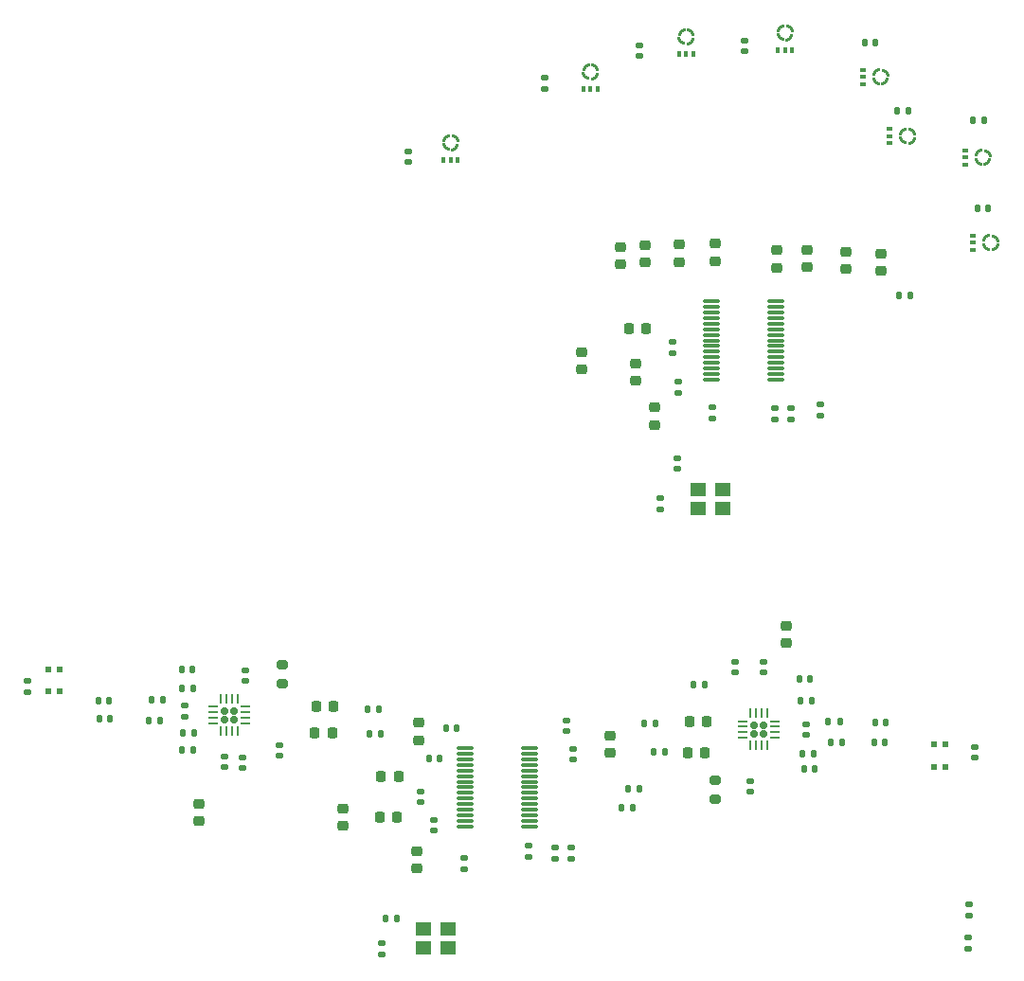
<source format=gbr>
%TF.GenerationSoftware,KiCad,Pcbnew,8.0.4*%
%TF.CreationDate,2024-08-26T07:10:41+02:00*%
%TF.ProjectId,Audio_Digitizer,41756469-6f5f-4446-9967-6974697a6572,rev?*%
%TF.SameCoordinates,Original*%
%TF.FileFunction,Paste,Top*%
%TF.FilePolarity,Positive*%
%FSLAX46Y46*%
G04 Gerber Fmt 4.6, Leading zero omitted, Abs format (unit mm)*
G04 Created by KiCad (PCBNEW 8.0.4) date 2024-08-26 07:10:41*
%MOMM*%
%LPD*%
G01*
G04 APERTURE LIST*
G04 Aperture macros list*
%AMRoundRect*
0 Rectangle with rounded corners*
0 $1 Rounding radius*
0 $2 $3 $4 $5 $6 $7 $8 $9 X,Y pos of 4 corners*
0 Add a 4 corners polygon primitive as box body*
4,1,4,$2,$3,$4,$5,$6,$7,$8,$9,$2,$3,0*
0 Add four circle primitives for the rounded corners*
1,1,$1+$1,$2,$3*
1,1,$1+$1,$4,$5*
1,1,$1+$1,$6,$7*
1,1,$1+$1,$8,$9*
0 Add four rect primitives between the rounded corners*
20,1,$1+$1,$2,$3,$4,$5,0*
20,1,$1+$1,$4,$5,$6,$7,0*
20,1,$1+$1,$6,$7,$8,$9,0*
20,1,$1+$1,$8,$9,$2,$3,0*%
%AMFreePoly0*
4,1,33,0.406248,0.082068,0.376251,0.079070,0.315240,0.067082,0.276251,0.054077,0.241250,0.041072,0.180239,0.006071,0.143256,-0.019939,0.109246,-0.050927,0.062256,-0.105918,0.014249,-0.176937,-0.012751,-0.251918,-0.028753,-0.338938,-0.279756,-0.339929,-0.273762,-0.279934,-0.263754,-0.221920,-0.246761,-0.158928,-0.219761,-0.088926,-0.196749,-0.041935,-0.175743,-0.005918,-0.153747,0.029083,
-0.131750,0.059081,-0.106756,0.089078,-0.071755,0.127076,-0.032741,0.164084,0.016256,0.203073,0.064237,0.235077,0.110236,0.261062,0.147244,0.279070,0.214249,0.304064,0.274244,0.321082,0.343256,0.334061,0.406248,0.340081,0.406248,0.082068,0.406248,0.082068,$1*%
%AMFreePoly1*
4,1,33,-0.079070,0.376505,-0.067082,0.315494,-0.054077,0.276505,-0.041072,0.241504,-0.006071,0.180493,0.019939,0.143510,0.050927,0.109500,0.105918,0.062510,0.176937,0.014503,0.251918,-0.012497,0.338938,-0.028499,0.339929,-0.279502,0.279934,-0.273508,0.221920,-0.263500,0.158928,-0.246507,0.088926,-0.219507,0.041935,-0.196495,0.005918,-0.175489,-0.029083,-0.153493,-0.059081,-0.131496,
-0.089078,-0.106502,-0.127076,-0.071501,-0.164084,-0.032487,-0.203073,0.016510,-0.235077,0.064491,-0.261062,0.110490,-0.279070,0.147498,-0.304064,0.214503,-0.321082,0.274498,-0.334061,0.343510,-0.340081,0.406502,-0.082068,0.406502,-0.079070,0.376505,-0.079070,0.376505,$1*%
%AMFreePoly2*
4,1,33,-0.279934,0.273762,-0.221920,0.263754,-0.158928,0.246761,-0.088926,0.219761,-0.041935,0.196749,-0.005918,0.175743,0.029083,0.153747,0.059081,0.131750,0.089078,0.106756,0.127076,0.071755,0.164084,0.032741,0.203073,-0.016256,0.235077,-0.064237,0.261062,-0.110236,0.279070,-0.147244,0.304064,-0.214249,0.321082,-0.274244,0.334061,-0.343256,0.340081,-0.406248,0.082068,-0.406248,
0.079070,-0.376251,0.067082,-0.315240,0.054077,-0.276251,0.041072,-0.241250,0.006071,-0.180239,-0.019939,-0.143256,-0.050927,-0.109246,-0.105918,-0.062256,-0.176937,-0.014249,-0.251918,0.012751,-0.338938,0.028753,-0.339929,0.279756,-0.279934,0.273762,-0.279934,0.273762,$1*%
%AMFreePoly3*
4,1,33,0.273508,0.279934,0.263500,0.221920,0.246507,0.158928,0.219507,0.088926,0.196495,0.041935,0.175489,0.005918,0.153493,-0.029083,0.131496,-0.059081,0.106502,-0.089078,0.071501,-0.127076,0.032487,-0.164084,-0.016510,-0.203073,-0.064491,-0.235077,-0.110490,-0.261062,-0.147498,-0.279070,-0.214503,-0.304064,-0.274498,-0.321082,-0.343510,-0.334061,-0.406502,-0.340081,-0.406502,-0.082068,
-0.376505,-0.079070,-0.315494,-0.067082,-0.276505,-0.054077,-0.241504,-0.041072,-0.180493,-0.006071,-0.143510,0.019939,-0.109500,0.050927,-0.062510,0.105918,-0.014503,0.176937,0.012497,0.251918,0.028499,0.338938,0.279502,0.339929,0.273508,0.279934,0.273508,0.279934,$1*%
G04 Aperture macros list end*
%ADD10RoundRect,0.135000X0.135000X0.185000X-0.135000X0.185000X-0.135000X-0.185000X0.135000X-0.185000X0*%
%ADD11RoundRect,0.225000X-0.250000X0.225000X-0.250000X-0.225000X0.250000X-0.225000X0.250000X0.225000X0*%
%ADD12RoundRect,0.140000X0.140000X0.170000X-0.140000X0.170000X-0.140000X-0.170000X0.140000X-0.170000X0*%
%ADD13RoundRect,0.140000X-0.140000X-0.170000X0.140000X-0.170000X0.140000X0.170000X-0.140000X0.170000X0*%
%ADD14RoundRect,0.135000X-0.185000X0.135000X-0.185000X-0.135000X0.185000X-0.135000X0.185000X0.135000X0*%
%ADD15RoundRect,0.140000X0.170000X-0.140000X0.170000X0.140000X-0.170000X0.140000X-0.170000X-0.140000X0*%
%ADD16RoundRect,0.225000X0.250000X-0.225000X0.250000X0.225000X-0.250000X0.225000X-0.250000X-0.225000X0*%
%ADD17RoundRect,0.225000X-0.225000X-0.250000X0.225000X-0.250000X0.225000X0.250000X-0.225000X0.250000X0*%
%ADD18R,0.600000X0.400000*%
%ADD19R,0.600000X0.300000*%
%ADD20FreePoly0,90.000000*%
%ADD21FreePoly1,90.000000*%
%ADD22FreePoly2,90.000000*%
%ADD23FreePoly3,90.000000*%
%ADD24R,0.400000X0.600000*%
%ADD25R,0.300000X0.600000*%
%ADD26FreePoly0,180.000000*%
%ADD27FreePoly1,180.000000*%
%ADD28FreePoly2,180.000000*%
%ADD29FreePoly3,180.000000*%
%ADD30RoundRect,0.135000X-0.135000X-0.185000X0.135000X-0.185000X0.135000X0.185000X-0.135000X0.185000X0*%
%ADD31RoundRect,0.225000X0.225000X0.250000X-0.225000X0.250000X-0.225000X-0.250000X0.225000X-0.250000X0*%
%ADD32RoundRect,0.160000X-0.160000X-0.160000X0.160000X-0.160000X0.160000X0.160000X-0.160000X0.160000X0*%
%ADD33RoundRect,0.062500X-0.375000X-0.062500X0.375000X-0.062500X0.375000X0.062500X-0.375000X0.062500X0*%
%ADD34RoundRect,0.062500X-0.062500X-0.375000X0.062500X-0.375000X0.062500X0.375000X-0.062500X0.375000X0*%
%ADD35RoundRect,0.140000X-0.170000X0.140000X-0.170000X-0.140000X0.170000X-0.140000X0.170000X0.140000X0*%
%ADD36RoundRect,0.200000X-0.275000X0.200000X-0.275000X-0.200000X0.275000X-0.200000X0.275000X0.200000X0*%
%ADD37R,1.400000X1.200000*%
%ADD38RoundRect,0.075000X-0.662500X-0.075000X0.662500X-0.075000X0.662500X0.075000X-0.662500X0.075000X0*%
%ADD39RoundRect,0.135000X0.185000X-0.135000X0.185000X0.135000X-0.185000X0.135000X-0.185000X-0.135000X0*%
%ADD40RoundRect,0.160000X0.160000X0.160000X-0.160000X0.160000X-0.160000X-0.160000X0.160000X-0.160000X0*%
%ADD41RoundRect,0.062500X0.375000X0.062500X-0.375000X0.062500X-0.375000X-0.062500X0.375000X-0.062500X0*%
%ADD42RoundRect,0.062500X0.062500X0.375000X-0.062500X0.375000X-0.062500X-0.375000X0.062500X-0.375000X0*%
%ADD43R,0.600000X0.600000*%
%ADD44RoundRect,0.200000X0.275000X-0.200000X0.275000X0.200000X-0.275000X0.200000X-0.275000X-0.200000X0*%
G04 APERTURE END LIST*
D10*
%TO.C,R16*%
X198520000Y-129580000D03*
X197500000Y-129580000D03*
%TD*%
D11*
%TO.C,C19*%
X204500000Y-84900000D03*
X204500000Y-86450000D03*
%TD*%
D12*
%TO.C,C44*%
X198180000Y-122880000D03*
X197220000Y-122880000D03*
%TD*%
%TO.C,C49*%
X165050000Y-130000000D03*
X164090000Y-130000000D03*
%TD*%
D13*
%TO.C,C3*%
X205970000Y-72100000D03*
X206930000Y-72100000D03*
%TD*%
D14*
%TO.C,R27*%
X176800000Y-138000000D03*
X176800000Y-139020000D03*
%TD*%
D15*
%TO.C,C28*%
X192800000Y-133010000D03*
X192800000Y-132050000D03*
%TD*%
D11*
%TO.C,C22*%
X195200000Y-84575000D03*
X195200000Y-86125000D03*
%TD*%
D15*
%TO.C,C57*%
X163350000Y-133930000D03*
X163350000Y-132970000D03*
%TD*%
D16*
%TO.C,C34*%
X196000000Y-119730000D03*
X196000000Y-118180000D03*
%TD*%
D11*
%TO.C,C23*%
X201350000Y-84725000D03*
X201350000Y-86275000D03*
%TD*%
D15*
%TO.C,C26*%
X128250000Y-124059975D03*
X128250000Y-123099975D03*
%TD*%
D16*
%TO.C,C60*%
X156400000Y-136075000D03*
X156400000Y-134525000D03*
%TD*%
D17*
%TO.C,C47*%
X154025000Y-125400000D03*
X155575000Y-125400000D03*
%TD*%
D10*
%TO.C,R20*%
X185160000Y-129450000D03*
X184140000Y-129450000D03*
%TD*%
D18*
%TO.C,U7*%
X212050000Y-75650000D03*
D19*
X212050000Y-76299987D03*
D18*
X212050000Y-76949974D03*
D20*
X213205956Y-76778778D03*
D21*
X214108928Y-76723914D03*
D22*
X213151092Y-75876060D03*
D23*
X214053810Y-75820942D03*
%TD*%
D13*
%TO.C,C36*%
X134620000Y-126450000D03*
X135580000Y-126450000D03*
%TD*%
D12*
%TO.C,C51*%
X166600000Y-127300000D03*
X165640000Y-127300000D03*
%TD*%
D24*
%TO.C,U3*%
X177879058Y-70203810D03*
D25*
X178529045Y-70203810D03*
D24*
X179179032Y-70203810D03*
D26*
X179007836Y-69047854D03*
D27*
X178952972Y-68144882D03*
D28*
X178105118Y-69102718D03*
D29*
X178050000Y-68200000D03*
%TD*%
D30*
%TO.C,R11*%
X142090000Y-127700000D03*
X143110000Y-127700000D03*
%TD*%
%TO.C,R26*%
X181330000Y-134450000D03*
X182350000Y-134450000D03*
%TD*%
D24*
%TO.C,U5*%
X165379058Y-76553810D03*
D25*
X166029045Y-76553810D03*
D24*
X166679032Y-76553810D03*
D26*
X166507836Y-75397854D03*
D27*
X166452972Y-74494882D03*
D28*
X165605118Y-75452718D03*
D29*
X165550000Y-74550000D03*
%TD*%
D11*
%TO.C,C35*%
X143500000Y-134050000D03*
X143500000Y-135600000D03*
%TD*%
D31*
%TO.C,C48*%
X188950000Y-126700000D03*
X187400000Y-126700000D03*
%TD*%
D32*
%TO.C,U11*%
X145837500Y-125750000D03*
X145837500Y-126550000D03*
X146637500Y-125750000D03*
X146637500Y-126550000D03*
D33*
X144800000Y-125400000D03*
X144800000Y-125900000D03*
X144800000Y-126400000D03*
X144800000Y-126900000D03*
D34*
X145487500Y-127587500D03*
X145987500Y-127587500D03*
X146487500Y-127587500D03*
X146987500Y-127587500D03*
D33*
X147675000Y-126900000D03*
X147675000Y-126400000D03*
X147675000Y-125900000D03*
X147675000Y-125400000D03*
D34*
X146987500Y-124712500D03*
X146487500Y-124712500D03*
X145987500Y-124712500D03*
X145487500Y-124712500D03*
%TD*%
D30*
%TO.C,R17*%
X158780000Y-127800000D03*
X159800000Y-127800000D03*
%TD*%
D35*
%TO.C,C33*%
X145800000Y-129820000D03*
X145800000Y-130780000D03*
%TD*%
D14*
%TO.C,R4*%
X196450000Y-98690000D03*
X196450000Y-99710000D03*
%TD*%
D36*
%TO.C,R7*%
X150950000Y-121650000D03*
X150950000Y-123300000D03*
%TD*%
D37*
%TO.C,X2*%
X163625000Y-146950000D03*
X165825000Y-146950000D03*
X165825000Y-145250000D03*
X163625000Y-145250000D03*
%TD*%
D24*
%TO.C,U6*%
X186429058Y-67053810D03*
D25*
X187079045Y-67053810D03*
D24*
X187729032Y-67053810D03*
D26*
X187557836Y-65897854D03*
D27*
X187502972Y-64994882D03*
D28*
X186655118Y-65952718D03*
D29*
X186600000Y-65050000D03*
%TD*%
D15*
%TO.C,C12*%
X162240000Y-76710000D03*
X162240000Y-75750000D03*
%TD*%
%TO.C,C17*%
X186330000Y-104110000D03*
X186330000Y-103150000D03*
%TD*%
D30*
%TO.C,R25*%
X181880000Y-132750000D03*
X182900000Y-132750000D03*
%TD*%
D15*
%TO.C,C55*%
X177000000Y-130110000D03*
X177000000Y-129150000D03*
%TD*%
D11*
%TO.C,C15*%
X183400000Y-84150000D03*
X183400000Y-85700000D03*
%TD*%
D24*
%TO.C,U2*%
X195276086Y-66708928D03*
D25*
X195926073Y-66708928D03*
D24*
X196576060Y-66708928D03*
D26*
X196404864Y-65552972D03*
D27*
X196350000Y-64650000D03*
D28*
X195502146Y-65607836D03*
D29*
X195447028Y-64705118D03*
%TD*%
D17*
%TO.C,C61*%
X159825000Y-131600000D03*
X161375000Y-131600000D03*
%TD*%
D12*
%TO.C,C45*%
X198560000Y-130980000D03*
X197600000Y-130980000D03*
%TD*%
D38*
%TO.C,U14*%
X167337500Y-129100000D03*
X167337500Y-129600000D03*
X167337500Y-130100000D03*
X167337500Y-130600000D03*
X167337500Y-131100000D03*
X167337500Y-131600000D03*
X167337500Y-132100000D03*
X167337500Y-132600000D03*
X167337500Y-133100000D03*
X167337500Y-133600000D03*
X167337500Y-134100000D03*
X167337500Y-134600000D03*
X167337500Y-135100000D03*
X167337500Y-135600000D03*
X167337500Y-136100000D03*
X173062500Y-136100000D03*
X173062500Y-135600000D03*
X173062500Y-135100000D03*
X173062500Y-134600000D03*
X173062500Y-134100000D03*
X173062500Y-133600000D03*
X173062500Y-133100000D03*
X173062500Y-132600000D03*
X173062500Y-132100000D03*
X173062500Y-131600000D03*
X173062500Y-131100000D03*
X173062500Y-130600000D03*
X173062500Y-130100000D03*
X173062500Y-129600000D03*
X173062500Y-129100000D03*
%TD*%
D18*
%TO.C,U4*%
X212744044Y-83271222D03*
D19*
X212744044Y-83921209D03*
D18*
X212744044Y-84571196D03*
D20*
X213900000Y-84400000D03*
D21*
X214802972Y-84345136D03*
D22*
X213845136Y-83497282D03*
D23*
X214747854Y-83442164D03*
%TD*%
D11*
%TO.C,C16*%
X189700000Y-84000000D03*
X189700000Y-85550000D03*
%TD*%
D13*
%TO.C,C1*%
X212740000Y-72950000D03*
X213700000Y-72950000D03*
%TD*%
D14*
%TO.C,R24*%
X175400000Y-137980000D03*
X175400000Y-139000000D03*
%TD*%
D38*
%TO.C,U9*%
X189375000Y-89150000D03*
X189375000Y-89650000D03*
X189375000Y-90150000D03*
X189375000Y-90650000D03*
X189375000Y-91150000D03*
X189375000Y-91650000D03*
X189375000Y-92150000D03*
X189375000Y-92650000D03*
X189375000Y-93150000D03*
X189375000Y-93650000D03*
X189375000Y-94150000D03*
X189375000Y-94650000D03*
X189375000Y-95150000D03*
X189375000Y-95650000D03*
X189375000Y-96150000D03*
X195100000Y-96150000D03*
X195100000Y-95650000D03*
X195100000Y-95150000D03*
X195100000Y-94650000D03*
X195100000Y-94150000D03*
X195100000Y-93650000D03*
X195100000Y-93150000D03*
X195100000Y-92650000D03*
X195100000Y-92150000D03*
X195100000Y-91650000D03*
X195100000Y-91150000D03*
X195100000Y-90650000D03*
X195100000Y-90150000D03*
X195100000Y-89650000D03*
X195100000Y-89150000D03*
%TD*%
D10*
%TO.C,R5*%
X207150000Y-88600000D03*
X206130000Y-88600000D03*
%TD*%
D15*
%TO.C,C43*%
X197800000Y-127940000D03*
X197800000Y-126980000D03*
%TD*%
%TO.C,C7*%
X192320000Y-66810000D03*
X192320000Y-65850000D03*
%TD*%
D14*
%TO.C,R23*%
X173000000Y-137850000D03*
X173000000Y-138870000D03*
%TD*%
D30*
%TO.C,R18*%
X158580000Y-125600000D03*
X159600000Y-125600000D03*
%TD*%
D35*
%TO.C,C31*%
X147400000Y-129920000D03*
X147400000Y-130880000D03*
%TD*%
D14*
%TO.C,R3*%
X195000000Y-98700000D03*
X195000000Y-99720000D03*
%TD*%
%TO.C,R22*%
X167250000Y-138940000D03*
X167250000Y-139960000D03*
%TD*%
D15*
%TO.C,C58*%
X164500000Y-136480000D03*
X164500000Y-135520000D03*
%TD*%
D11*
%TO.C,C11*%
X177750000Y-93675000D03*
X177750000Y-95225000D03*
%TD*%
D35*
%TO.C,C6*%
X185850000Y-92790000D03*
X185850000Y-93750000D03*
%TD*%
D14*
%TO.C,R2*%
X189400000Y-98600000D03*
X189400000Y-99620000D03*
%TD*%
D11*
%TO.C,C8*%
X184250000Y-98650000D03*
X184250000Y-100200000D03*
%TD*%
D35*
%TO.C,C32*%
X212900000Y-128990000D03*
X212900000Y-129950000D03*
%TD*%
D12*
%TO.C,C38*%
X204830000Y-128550000D03*
X203870000Y-128550000D03*
%TD*%
D13*
%TO.C,C27*%
X187750000Y-123450000D03*
X188710000Y-123450000D03*
%TD*%
D11*
%TO.C,C50*%
X163150000Y-126825000D03*
X163150000Y-128375000D03*
%TD*%
D18*
%TO.C,U1*%
X205298908Y-73723940D03*
D19*
X205298908Y-74373927D03*
D18*
X205298908Y-75023914D03*
D20*
X206454864Y-74852718D03*
D21*
X207357836Y-74797854D03*
D22*
X206400000Y-73950000D03*
D23*
X207302718Y-73894882D03*
%TD*%
D39*
%TO.C,R21*%
X159900000Y-147560000D03*
X159900000Y-146540000D03*
%TD*%
D13*
%TO.C,C10*%
X203040000Y-66010000D03*
X204000000Y-66010000D03*
%TD*%
D16*
%TO.C,C59*%
X163000000Y-139875000D03*
X163000000Y-138325000D03*
%TD*%
D40*
%TO.C,U13*%
X193962500Y-127830000D03*
X193962500Y-127030000D03*
X193162500Y-127830000D03*
X193162500Y-127030000D03*
D41*
X195000000Y-128180000D03*
X195000000Y-127680000D03*
X195000000Y-127180000D03*
X195000000Y-126680000D03*
D42*
X194312500Y-125992500D03*
X193812500Y-125992500D03*
X193312500Y-125992500D03*
X192812500Y-125992500D03*
D41*
X192125000Y-126680000D03*
X192125000Y-127180000D03*
X192125000Y-127680000D03*
X192125000Y-128180000D03*
D42*
X192812500Y-128867500D03*
X193312500Y-128867500D03*
X193812500Y-128867500D03*
X194312500Y-128867500D03*
%TD*%
D14*
%TO.C,R1*%
X184750000Y-106740000D03*
X184750000Y-107760000D03*
%TD*%
D15*
%TO.C,C5*%
X174470000Y-70130000D03*
X174470000Y-69170000D03*
%TD*%
D10*
%TO.C,R15*%
X198310000Y-124880000D03*
X197290000Y-124880000D03*
%TD*%
D17*
%TO.C,C46*%
X153900000Y-127700000D03*
X155450000Y-127700000D03*
%TD*%
D35*
%TO.C,C40*%
X142300000Y-125300000D03*
X142300000Y-126260000D03*
%TD*%
D16*
%TO.C,C54*%
X180300000Y-129525000D03*
X180300000Y-127975000D03*
%TD*%
D15*
%TO.C,C24*%
X150700000Y-129760000D03*
X150700000Y-128800000D03*
%TD*%
D39*
%TO.C,R28*%
X212250000Y-147070000D03*
X212250000Y-146050000D03*
%TD*%
D13*
%TO.C,C41*%
X142040000Y-129300000D03*
X143000000Y-129300000D03*
%TD*%
D11*
%TO.C,C18*%
X197900000Y-84550000D03*
X197900000Y-86100000D03*
%TD*%
D10*
%TO.C,R14*%
X201020000Y-128580000D03*
X200000000Y-128580000D03*
%TD*%
D14*
%TO.C,R29*%
X212350000Y-143100000D03*
X212350000Y-144120000D03*
%TD*%
D43*
%TO.C,U10*%
X131100000Y-124050000D03*
X131100000Y-122060033D03*
X130049962Y-122060033D03*
X130049962Y-124050000D03*
%TD*%
D31*
%TO.C,C52*%
X188750000Y-129500000D03*
X187200000Y-129500000D03*
%TD*%
D11*
%TO.C,C14*%
X182550000Y-94700000D03*
X182550000Y-96250000D03*
%TD*%
D30*
%TO.C,R12*%
X141990000Y-123800000D03*
X143010000Y-123800000D03*
%TD*%
D15*
%TO.C,C9*%
X182940000Y-67190000D03*
X182940000Y-66230000D03*
%TD*%
%TO.C,C30*%
X194000000Y-122340000D03*
X194000000Y-121380000D03*
%TD*%
D43*
%TO.C,U12*%
X209199962Y-128760033D03*
X209199962Y-130750000D03*
X210250000Y-130750000D03*
X210250000Y-128760033D03*
%TD*%
D13*
%TO.C,C2*%
X213130000Y-80820000D03*
X214090000Y-80820000D03*
%TD*%
D18*
%TO.C,U8*%
X202900000Y-68450000D03*
D19*
X202900000Y-69099987D03*
D18*
X202900000Y-69749974D03*
D20*
X204055956Y-69578778D03*
D21*
X204958928Y-69523914D03*
D22*
X204001092Y-68676060D03*
D23*
X204903810Y-68620942D03*
%TD*%
D11*
%TO.C,C21*%
X186450000Y-84075000D03*
X186450000Y-85625000D03*
%TD*%
D30*
%TO.C,R10*%
X139280000Y-124800000D03*
X140300000Y-124800000D03*
%TD*%
D37*
%TO.C,X1*%
X188175000Y-107650000D03*
X190375000Y-107650000D03*
X190375000Y-105950000D03*
X188175000Y-105950000D03*
%TD*%
D14*
%TO.C,R6*%
X199100000Y-98380000D03*
X199100000Y-99400000D03*
%TD*%
D13*
%TO.C,C37*%
X134540000Y-124900000D03*
X135500000Y-124900000D03*
%TD*%
D30*
%TO.C,R9*%
X139080000Y-126600000D03*
X140100000Y-126600000D03*
%TD*%
D44*
%TO.C,R8*%
X189650000Y-133625000D03*
X189650000Y-131975000D03*
%TD*%
D10*
%TO.C,R13*%
X200820000Y-126680000D03*
X199800000Y-126680000D03*
%TD*%
D35*
%TO.C,C25*%
X147700000Y-122120000D03*
X147700000Y-123080000D03*
%TD*%
D31*
%TO.C,C13*%
X183525000Y-91550000D03*
X181975000Y-91550000D03*
%TD*%
D11*
%TO.C,C20*%
X181250000Y-84275000D03*
X181250000Y-85825000D03*
%TD*%
D15*
%TO.C,C53*%
X176400000Y-127580000D03*
X176400000Y-126620000D03*
%TD*%
D35*
%TO.C,C4*%
X186400000Y-96340000D03*
X186400000Y-97300000D03*
%TD*%
D12*
%TO.C,C39*%
X204910000Y-126800000D03*
X203950000Y-126800000D03*
%TD*%
D13*
%TO.C,C42*%
X142020000Y-122100000D03*
X142980000Y-122100000D03*
%TD*%
D10*
%TO.C,R19*%
X184350000Y-126900000D03*
X183330000Y-126900000D03*
%TD*%
D15*
%TO.C,C29*%
X191500000Y-122360000D03*
X191500000Y-121400000D03*
%TD*%
D13*
%TO.C,C56*%
X160240000Y-144300000D03*
X161200000Y-144300000D03*
%TD*%
D17*
%TO.C,C62*%
X159725000Y-135300000D03*
X161275000Y-135300000D03*
%TD*%
M02*

</source>
